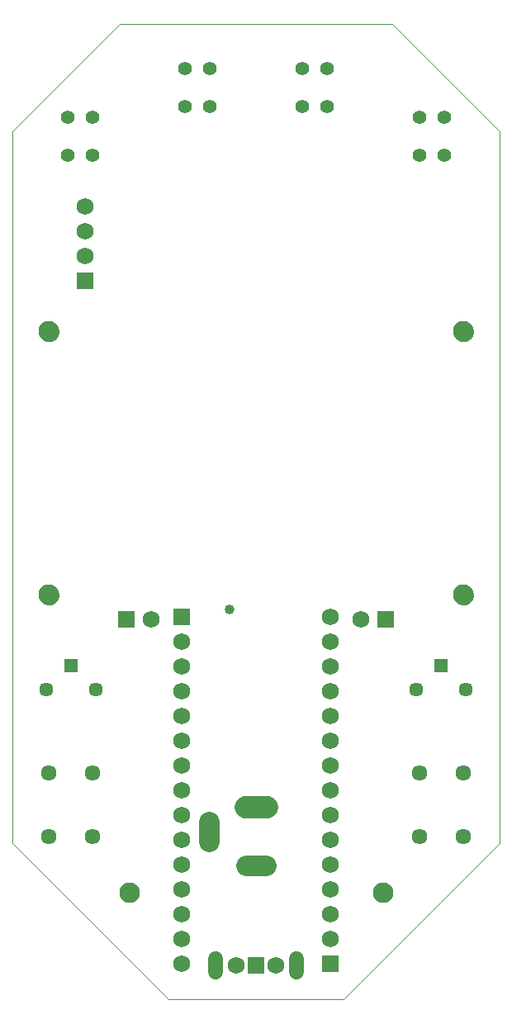
<source format=gbs>
G75*
%MOIN*%
%OFA0B0*%
%FSLAX25Y25*%
%IPPOS*%
%LPD*%
%AMOC8*
5,1,8,0,0,1.08239X$1,22.5*
%
%ADD10C,0.00000*%
%ADD11C,0.08274*%
%ADD12R,0.06900X0.06900*%
%ADD13C,0.06900*%
%ADD14C,0.05715*%
%ADD15R,0.05715X0.05715*%
%ADD16C,0.05550*%
%ADD17C,0.08400*%
%ADD18C,0.09061*%
%ADD19C,0.05900*%
%ADD20C,0.03975*%
%ADD21C,0.06337*%
D10*
X0064492Y0011220D02*
X0001500Y0074213D01*
X0001500Y0361614D01*
X0044807Y0404921D01*
X0155043Y0404921D01*
X0198350Y0361614D01*
X0198350Y0074213D01*
X0135358Y0011220D01*
X0064492Y0011220D01*
X0044807Y0054528D02*
X0044809Y0054653D01*
X0044815Y0054778D01*
X0044825Y0054902D01*
X0044839Y0055026D01*
X0044856Y0055150D01*
X0044878Y0055273D01*
X0044904Y0055395D01*
X0044933Y0055517D01*
X0044966Y0055637D01*
X0045004Y0055756D01*
X0045044Y0055875D01*
X0045089Y0055991D01*
X0045137Y0056106D01*
X0045189Y0056220D01*
X0045245Y0056332D01*
X0045304Y0056442D01*
X0045366Y0056550D01*
X0045432Y0056657D01*
X0045501Y0056761D01*
X0045574Y0056862D01*
X0045649Y0056962D01*
X0045728Y0057059D01*
X0045810Y0057153D01*
X0045895Y0057245D01*
X0045982Y0057334D01*
X0046073Y0057420D01*
X0046166Y0057503D01*
X0046262Y0057584D01*
X0046360Y0057661D01*
X0046460Y0057735D01*
X0046563Y0057806D01*
X0046668Y0057873D01*
X0046776Y0057938D01*
X0046885Y0057998D01*
X0046996Y0058056D01*
X0047109Y0058109D01*
X0047223Y0058159D01*
X0047339Y0058206D01*
X0047456Y0058248D01*
X0047575Y0058287D01*
X0047695Y0058323D01*
X0047816Y0058354D01*
X0047938Y0058382D01*
X0048060Y0058405D01*
X0048184Y0058425D01*
X0048308Y0058441D01*
X0048432Y0058453D01*
X0048557Y0058461D01*
X0048682Y0058465D01*
X0048806Y0058465D01*
X0048931Y0058461D01*
X0049056Y0058453D01*
X0049180Y0058441D01*
X0049304Y0058425D01*
X0049428Y0058405D01*
X0049550Y0058382D01*
X0049672Y0058354D01*
X0049793Y0058323D01*
X0049913Y0058287D01*
X0050032Y0058248D01*
X0050149Y0058206D01*
X0050265Y0058159D01*
X0050379Y0058109D01*
X0050492Y0058056D01*
X0050603Y0057998D01*
X0050713Y0057938D01*
X0050820Y0057873D01*
X0050925Y0057806D01*
X0051028Y0057735D01*
X0051128Y0057661D01*
X0051226Y0057584D01*
X0051322Y0057503D01*
X0051415Y0057420D01*
X0051506Y0057334D01*
X0051593Y0057245D01*
X0051678Y0057153D01*
X0051760Y0057059D01*
X0051839Y0056962D01*
X0051914Y0056862D01*
X0051987Y0056761D01*
X0052056Y0056657D01*
X0052122Y0056550D01*
X0052184Y0056442D01*
X0052243Y0056332D01*
X0052299Y0056220D01*
X0052351Y0056106D01*
X0052399Y0055991D01*
X0052444Y0055875D01*
X0052484Y0055756D01*
X0052522Y0055637D01*
X0052555Y0055517D01*
X0052584Y0055395D01*
X0052610Y0055273D01*
X0052632Y0055150D01*
X0052649Y0055026D01*
X0052663Y0054902D01*
X0052673Y0054778D01*
X0052679Y0054653D01*
X0052681Y0054528D01*
X0052679Y0054403D01*
X0052673Y0054278D01*
X0052663Y0054154D01*
X0052649Y0054030D01*
X0052632Y0053906D01*
X0052610Y0053783D01*
X0052584Y0053661D01*
X0052555Y0053539D01*
X0052522Y0053419D01*
X0052484Y0053300D01*
X0052444Y0053181D01*
X0052399Y0053065D01*
X0052351Y0052950D01*
X0052299Y0052836D01*
X0052243Y0052724D01*
X0052184Y0052614D01*
X0052122Y0052506D01*
X0052056Y0052399D01*
X0051987Y0052295D01*
X0051914Y0052194D01*
X0051839Y0052094D01*
X0051760Y0051997D01*
X0051678Y0051903D01*
X0051593Y0051811D01*
X0051506Y0051722D01*
X0051415Y0051636D01*
X0051322Y0051553D01*
X0051226Y0051472D01*
X0051128Y0051395D01*
X0051028Y0051321D01*
X0050925Y0051250D01*
X0050820Y0051183D01*
X0050712Y0051118D01*
X0050603Y0051058D01*
X0050492Y0051000D01*
X0050379Y0050947D01*
X0050265Y0050897D01*
X0050149Y0050850D01*
X0050032Y0050808D01*
X0049913Y0050769D01*
X0049793Y0050733D01*
X0049672Y0050702D01*
X0049550Y0050674D01*
X0049428Y0050651D01*
X0049304Y0050631D01*
X0049180Y0050615D01*
X0049056Y0050603D01*
X0048931Y0050595D01*
X0048806Y0050591D01*
X0048682Y0050591D01*
X0048557Y0050595D01*
X0048432Y0050603D01*
X0048308Y0050615D01*
X0048184Y0050631D01*
X0048060Y0050651D01*
X0047938Y0050674D01*
X0047816Y0050702D01*
X0047695Y0050733D01*
X0047575Y0050769D01*
X0047456Y0050808D01*
X0047339Y0050850D01*
X0047223Y0050897D01*
X0047109Y0050947D01*
X0046996Y0051000D01*
X0046885Y0051058D01*
X0046775Y0051118D01*
X0046668Y0051183D01*
X0046563Y0051250D01*
X0046460Y0051321D01*
X0046360Y0051395D01*
X0046262Y0051472D01*
X0046166Y0051553D01*
X0046073Y0051636D01*
X0045982Y0051722D01*
X0045895Y0051811D01*
X0045810Y0051903D01*
X0045728Y0051997D01*
X0045649Y0052094D01*
X0045574Y0052194D01*
X0045501Y0052295D01*
X0045432Y0052399D01*
X0045366Y0052506D01*
X0045304Y0052614D01*
X0045245Y0052724D01*
X0045189Y0052836D01*
X0045137Y0052950D01*
X0045089Y0053065D01*
X0045044Y0053181D01*
X0045004Y0053300D01*
X0044966Y0053419D01*
X0044933Y0053539D01*
X0044904Y0053661D01*
X0044878Y0053783D01*
X0044856Y0053906D01*
X0044839Y0054030D01*
X0044825Y0054154D01*
X0044815Y0054278D01*
X0044809Y0054403D01*
X0044807Y0054528D01*
X0012327Y0174606D02*
X0012329Y0174731D01*
X0012335Y0174856D01*
X0012345Y0174980D01*
X0012359Y0175104D01*
X0012376Y0175228D01*
X0012398Y0175351D01*
X0012424Y0175473D01*
X0012453Y0175595D01*
X0012486Y0175715D01*
X0012524Y0175834D01*
X0012564Y0175953D01*
X0012609Y0176069D01*
X0012657Y0176184D01*
X0012709Y0176298D01*
X0012765Y0176410D01*
X0012824Y0176520D01*
X0012886Y0176628D01*
X0012952Y0176735D01*
X0013021Y0176839D01*
X0013094Y0176940D01*
X0013169Y0177040D01*
X0013248Y0177137D01*
X0013330Y0177231D01*
X0013415Y0177323D01*
X0013502Y0177412D01*
X0013593Y0177498D01*
X0013686Y0177581D01*
X0013782Y0177662D01*
X0013880Y0177739D01*
X0013980Y0177813D01*
X0014083Y0177884D01*
X0014188Y0177951D01*
X0014296Y0178016D01*
X0014405Y0178076D01*
X0014516Y0178134D01*
X0014629Y0178187D01*
X0014743Y0178237D01*
X0014859Y0178284D01*
X0014976Y0178326D01*
X0015095Y0178365D01*
X0015215Y0178401D01*
X0015336Y0178432D01*
X0015458Y0178460D01*
X0015580Y0178483D01*
X0015704Y0178503D01*
X0015828Y0178519D01*
X0015952Y0178531D01*
X0016077Y0178539D01*
X0016202Y0178543D01*
X0016326Y0178543D01*
X0016451Y0178539D01*
X0016576Y0178531D01*
X0016700Y0178519D01*
X0016824Y0178503D01*
X0016948Y0178483D01*
X0017070Y0178460D01*
X0017192Y0178432D01*
X0017313Y0178401D01*
X0017433Y0178365D01*
X0017552Y0178326D01*
X0017669Y0178284D01*
X0017785Y0178237D01*
X0017899Y0178187D01*
X0018012Y0178134D01*
X0018123Y0178076D01*
X0018233Y0178016D01*
X0018340Y0177951D01*
X0018445Y0177884D01*
X0018548Y0177813D01*
X0018648Y0177739D01*
X0018746Y0177662D01*
X0018842Y0177581D01*
X0018935Y0177498D01*
X0019026Y0177412D01*
X0019113Y0177323D01*
X0019198Y0177231D01*
X0019280Y0177137D01*
X0019359Y0177040D01*
X0019434Y0176940D01*
X0019507Y0176839D01*
X0019576Y0176735D01*
X0019642Y0176628D01*
X0019704Y0176520D01*
X0019763Y0176410D01*
X0019819Y0176298D01*
X0019871Y0176184D01*
X0019919Y0176069D01*
X0019964Y0175953D01*
X0020004Y0175834D01*
X0020042Y0175715D01*
X0020075Y0175595D01*
X0020104Y0175473D01*
X0020130Y0175351D01*
X0020152Y0175228D01*
X0020169Y0175104D01*
X0020183Y0174980D01*
X0020193Y0174856D01*
X0020199Y0174731D01*
X0020201Y0174606D01*
X0020199Y0174481D01*
X0020193Y0174356D01*
X0020183Y0174232D01*
X0020169Y0174108D01*
X0020152Y0173984D01*
X0020130Y0173861D01*
X0020104Y0173739D01*
X0020075Y0173617D01*
X0020042Y0173497D01*
X0020004Y0173378D01*
X0019964Y0173259D01*
X0019919Y0173143D01*
X0019871Y0173028D01*
X0019819Y0172914D01*
X0019763Y0172802D01*
X0019704Y0172692D01*
X0019642Y0172584D01*
X0019576Y0172477D01*
X0019507Y0172373D01*
X0019434Y0172272D01*
X0019359Y0172172D01*
X0019280Y0172075D01*
X0019198Y0171981D01*
X0019113Y0171889D01*
X0019026Y0171800D01*
X0018935Y0171714D01*
X0018842Y0171631D01*
X0018746Y0171550D01*
X0018648Y0171473D01*
X0018548Y0171399D01*
X0018445Y0171328D01*
X0018340Y0171261D01*
X0018232Y0171196D01*
X0018123Y0171136D01*
X0018012Y0171078D01*
X0017899Y0171025D01*
X0017785Y0170975D01*
X0017669Y0170928D01*
X0017552Y0170886D01*
X0017433Y0170847D01*
X0017313Y0170811D01*
X0017192Y0170780D01*
X0017070Y0170752D01*
X0016948Y0170729D01*
X0016824Y0170709D01*
X0016700Y0170693D01*
X0016576Y0170681D01*
X0016451Y0170673D01*
X0016326Y0170669D01*
X0016202Y0170669D01*
X0016077Y0170673D01*
X0015952Y0170681D01*
X0015828Y0170693D01*
X0015704Y0170709D01*
X0015580Y0170729D01*
X0015458Y0170752D01*
X0015336Y0170780D01*
X0015215Y0170811D01*
X0015095Y0170847D01*
X0014976Y0170886D01*
X0014859Y0170928D01*
X0014743Y0170975D01*
X0014629Y0171025D01*
X0014516Y0171078D01*
X0014405Y0171136D01*
X0014295Y0171196D01*
X0014188Y0171261D01*
X0014083Y0171328D01*
X0013980Y0171399D01*
X0013880Y0171473D01*
X0013782Y0171550D01*
X0013686Y0171631D01*
X0013593Y0171714D01*
X0013502Y0171800D01*
X0013415Y0171889D01*
X0013330Y0171981D01*
X0013248Y0172075D01*
X0013169Y0172172D01*
X0013094Y0172272D01*
X0013021Y0172373D01*
X0012952Y0172477D01*
X0012886Y0172584D01*
X0012824Y0172692D01*
X0012765Y0172802D01*
X0012709Y0172914D01*
X0012657Y0173028D01*
X0012609Y0173143D01*
X0012564Y0173259D01*
X0012524Y0173378D01*
X0012486Y0173497D01*
X0012453Y0173617D01*
X0012424Y0173739D01*
X0012398Y0173861D01*
X0012376Y0173984D01*
X0012359Y0174108D01*
X0012345Y0174232D01*
X0012335Y0174356D01*
X0012329Y0174481D01*
X0012327Y0174606D01*
X0012327Y0280906D02*
X0012329Y0281031D01*
X0012335Y0281156D01*
X0012345Y0281280D01*
X0012359Y0281404D01*
X0012376Y0281528D01*
X0012398Y0281651D01*
X0012424Y0281773D01*
X0012453Y0281895D01*
X0012486Y0282015D01*
X0012524Y0282134D01*
X0012564Y0282253D01*
X0012609Y0282369D01*
X0012657Y0282484D01*
X0012709Y0282598D01*
X0012765Y0282710D01*
X0012824Y0282820D01*
X0012886Y0282928D01*
X0012952Y0283035D01*
X0013021Y0283139D01*
X0013094Y0283240D01*
X0013169Y0283340D01*
X0013248Y0283437D01*
X0013330Y0283531D01*
X0013415Y0283623D01*
X0013502Y0283712D01*
X0013593Y0283798D01*
X0013686Y0283881D01*
X0013782Y0283962D01*
X0013880Y0284039D01*
X0013980Y0284113D01*
X0014083Y0284184D01*
X0014188Y0284251D01*
X0014296Y0284316D01*
X0014405Y0284376D01*
X0014516Y0284434D01*
X0014629Y0284487D01*
X0014743Y0284537D01*
X0014859Y0284584D01*
X0014976Y0284626D01*
X0015095Y0284665D01*
X0015215Y0284701D01*
X0015336Y0284732D01*
X0015458Y0284760D01*
X0015580Y0284783D01*
X0015704Y0284803D01*
X0015828Y0284819D01*
X0015952Y0284831D01*
X0016077Y0284839D01*
X0016202Y0284843D01*
X0016326Y0284843D01*
X0016451Y0284839D01*
X0016576Y0284831D01*
X0016700Y0284819D01*
X0016824Y0284803D01*
X0016948Y0284783D01*
X0017070Y0284760D01*
X0017192Y0284732D01*
X0017313Y0284701D01*
X0017433Y0284665D01*
X0017552Y0284626D01*
X0017669Y0284584D01*
X0017785Y0284537D01*
X0017899Y0284487D01*
X0018012Y0284434D01*
X0018123Y0284376D01*
X0018233Y0284316D01*
X0018340Y0284251D01*
X0018445Y0284184D01*
X0018548Y0284113D01*
X0018648Y0284039D01*
X0018746Y0283962D01*
X0018842Y0283881D01*
X0018935Y0283798D01*
X0019026Y0283712D01*
X0019113Y0283623D01*
X0019198Y0283531D01*
X0019280Y0283437D01*
X0019359Y0283340D01*
X0019434Y0283240D01*
X0019507Y0283139D01*
X0019576Y0283035D01*
X0019642Y0282928D01*
X0019704Y0282820D01*
X0019763Y0282710D01*
X0019819Y0282598D01*
X0019871Y0282484D01*
X0019919Y0282369D01*
X0019964Y0282253D01*
X0020004Y0282134D01*
X0020042Y0282015D01*
X0020075Y0281895D01*
X0020104Y0281773D01*
X0020130Y0281651D01*
X0020152Y0281528D01*
X0020169Y0281404D01*
X0020183Y0281280D01*
X0020193Y0281156D01*
X0020199Y0281031D01*
X0020201Y0280906D01*
X0020199Y0280781D01*
X0020193Y0280656D01*
X0020183Y0280532D01*
X0020169Y0280408D01*
X0020152Y0280284D01*
X0020130Y0280161D01*
X0020104Y0280039D01*
X0020075Y0279917D01*
X0020042Y0279797D01*
X0020004Y0279678D01*
X0019964Y0279559D01*
X0019919Y0279443D01*
X0019871Y0279328D01*
X0019819Y0279214D01*
X0019763Y0279102D01*
X0019704Y0278992D01*
X0019642Y0278884D01*
X0019576Y0278777D01*
X0019507Y0278673D01*
X0019434Y0278572D01*
X0019359Y0278472D01*
X0019280Y0278375D01*
X0019198Y0278281D01*
X0019113Y0278189D01*
X0019026Y0278100D01*
X0018935Y0278014D01*
X0018842Y0277931D01*
X0018746Y0277850D01*
X0018648Y0277773D01*
X0018548Y0277699D01*
X0018445Y0277628D01*
X0018340Y0277561D01*
X0018232Y0277496D01*
X0018123Y0277436D01*
X0018012Y0277378D01*
X0017899Y0277325D01*
X0017785Y0277275D01*
X0017669Y0277228D01*
X0017552Y0277186D01*
X0017433Y0277147D01*
X0017313Y0277111D01*
X0017192Y0277080D01*
X0017070Y0277052D01*
X0016948Y0277029D01*
X0016824Y0277009D01*
X0016700Y0276993D01*
X0016576Y0276981D01*
X0016451Y0276973D01*
X0016326Y0276969D01*
X0016202Y0276969D01*
X0016077Y0276973D01*
X0015952Y0276981D01*
X0015828Y0276993D01*
X0015704Y0277009D01*
X0015580Y0277029D01*
X0015458Y0277052D01*
X0015336Y0277080D01*
X0015215Y0277111D01*
X0015095Y0277147D01*
X0014976Y0277186D01*
X0014859Y0277228D01*
X0014743Y0277275D01*
X0014629Y0277325D01*
X0014516Y0277378D01*
X0014405Y0277436D01*
X0014295Y0277496D01*
X0014188Y0277561D01*
X0014083Y0277628D01*
X0013980Y0277699D01*
X0013880Y0277773D01*
X0013782Y0277850D01*
X0013686Y0277931D01*
X0013593Y0278014D01*
X0013502Y0278100D01*
X0013415Y0278189D01*
X0013330Y0278281D01*
X0013248Y0278375D01*
X0013169Y0278472D01*
X0013094Y0278572D01*
X0013021Y0278673D01*
X0012952Y0278777D01*
X0012886Y0278884D01*
X0012824Y0278992D01*
X0012765Y0279102D01*
X0012709Y0279214D01*
X0012657Y0279328D01*
X0012609Y0279443D01*
X0012564Y0279559D01*
X0012524Y0279678D01*
X0012486Y0279797D01*
X0012453Y0279917D01*
X0012424Y0280039D01*
X0012398Y0280161D01*
X0012376Y0280284D01*
X0012359Y0280408D01*
X0012345Y0280532D01*
X0012335Y0280656D01*
X0012329Y0280781D01*
X0012327Y0280906D01*
X0147169Y0054528D02*
X0147171Y0054653D01*
X0147177Y0054778D01*
X0147187Y0054902D01*
X0147201Y0055026D01*
X0147218Y0055150D01*
X0147240Y0055273D01*
X0147266Y0055395D01*
X0147295Y0055517D01*
X0147328Y0055637D01*
X0147366Y0055756D01*
X0147406Y0055875D01*
X0147451Y0055991D01*
X0147499Y0056106D01*
X0147551Y0056220D01*
X0147607Y0056332D01*
X0147666Y0056442D01*
X0147728Y0056550D01*
X0147794Y0056657D01*
X0147863Y0056761D01*
X0147936Y0056862D01*
X0148011Y0056962D01*
X0148090Y0057059D01*
X0148172Y0057153D01*
X0148257Y0057245D01*
X0148344Y0057334D01*
X0148435Y0057420D01*
X0148528Y0057503D01*
X0148624Y0057584D01*
X0148722Y0057661D01*
X0148822Y0057735D01*
X0148925Y0057806D01*
X0149030Y0057873D01*
X0149138Y0057938D01*
X0149247Y0057998D01*
X0149358Y0058056D01*
X0149471Y0058109D01*
X0149585Y0058159D01*
X0149701Y0058206D01*
X0149818Y0058248D01*
X0149937Y0058287D01*
X0150057Y0058323D01*
X0150178Y0058354D01*
X0150300Y0058382D01*
X0150422Y0058405D01*
X0150546Y0058425D01*
X0150670Y0058441D01*
X0150794Y0058453D01*
X0150919Y0058461D01*
X0151044Y0058465D01*
X0151168Y0058465D01*
X0151293Y0058461D01*
X0151418Y0058453D01*
X0151542Y0058441D01*
X0151666Y0058425D01*
X0151790Y0058405D01*
X0151912Y0058382D01*
X0152034Y0058354D01*
X0152155Y0058323D01*
X0152275Y0058287D01*
X0152394Y0058248D01*
X0152511Y0058206D01*
X0152627Y0058159D01*
X0152741Y0058109D01*
X0152854Y0058056D01*
X0152965Y0057998D01*
X0153075Y0057938D01*
X0153182Y0057873D01*
X0153287Y0057806D01*
X0153390Y0057735D01*
X0153490Y0057661D01*
X0153588Y0057584D01*
X0153684Y0057503D01*
X0153777Y0057420D01*
X0153868Y0057334D01*
X0153955Y0057245D01*
X0154040Y0057153D01*
X0154122Y0057059D01*
X0154201Y0056962D01*
X0154276Y0056862D01*
X0154349Y0056761D01*
X0154418Y0056657D01*
X0154484Y0056550D01*
X0154546Y0056442D01*
X0154605Y0056332D01*
X0154661Y0056220D01*
X0154713Y0056106D01*
X0154761Y0055991D01*
X0154806Y0055875D01*
X0154846Y0055756D01*
X0154884Y0055637D01*
X0154917Y0055517D01*
X0154946Y0055395D01*
X0154972Y0055273D01*
X0154994Y0055150D01*
X0155011Y0055026D01*
X0155025Y0054902D01*
X0155035Y0054778D01*
X0155041Y0054653D01*
X0155043Y0054528D01*
X0155041Y0054403D01*
X0155035Y0054278D01*
X0155025Y0054154D01*
X0155011Y0054030D01*
X0154994Y0053906D01*
X0154972Y0053783D01*
X0154946Y0053661D01*
X0154917Y0053539D01*
X0154884Y0053419D01*
X0154846Y0053300D01*
X0154806Y0053181D01*
X0154761Y0053065D01*
X0154713Y0052950D01*
X0154661Y0052836D01*
X0154605Y0052724D01*
X0154546Y0052614D01*
X0154484Y0052506D01*
X0154418Y0052399D01*
X0154349Y0052295D01*
X0154276Y0052194D01*
X0154201Y0052094D01*
X0154122Y0051997D01*
X0154040Y0051903D01*
X0153955Y0051811D01*
X0153868Y0051722D01*
X0153777Y0051636D01*
X0153684Y0051553D01*
X0153588Y0051472D01*
X0153490Y0051395D01*
X0153390Y0051321D01*
X0153287Y0051250D01*
X0153182Y0051183D01*
X0153074Y0051118D01*
X0152965Y0051058D01*
X0152854Y0051000D01*
X0152741Y0050947D01*
X0152627Y0050897D01*
X0152511Y0050850D01*
X0152394Y0050808D01*
X0152275Y0050769D01*
X0152155Y0050733D01*
X0152034Y0050702D01*
X0151912Y0050674D01*
X0151790Y0050651D01*
X0151666Y0050631D01*
X0151542Y0050615D01*
X0151418Y0050603D01*
X0151293Y0050595D01*
X0151168Y0050591D01*
X0151044Y0050591D01*
X0150919Y0050595D01*
X0150794Y0050603D01*
X0150670Y0050615D01*
X0150546Y0050631D01*
X0150422Y0050651D01*
X0150300Y0050674D01*
X0150178Y0050702D01*
X0150057Y0050733D01*
X0149937Y0050769D01*
X0149818Y0050808D01*
X0149701Y0050850D01*
X0149585Y0050897D01*
X0149471Y0050947D01*
X0149358Y0051000D01*
X0149247Y0051058D01*
X0149137Y0051118D01*
X0149030Y0051183D01*
X0148925Y0051250D01*
X0148822Y0051321D01*
X0148722Y0051395D01*
X0148624Y0051472D01*
X0148528Y0051553D01*
X0148435Y0051636D01*
X0148344Y0051722D01*
X0148257Y0051811D01*
X0148172Y0051903D01*
X0148090Y0051997D01*
X0148011Y0052094D01*
X0147936Y0052194D01*
X0147863Y0052295D01*
X0147794Y0052399D01*
X0147728Y0052506D01*
X0147666Y0052614D01*
X0147607Y0052724D01*
X0147551Y0052836D01*
X0147499Y0052950D01*
X0147451Y0053065D01*
X0147406Y0053181D01*
X0147366Y0053300D01*
X0147328Y0053419D01*
X0147295Y0053539D01*
X0147266Y0053661D01*
X0147240Y0053783D01*
X0147218Y0053906D01*
X0147201Y0054030D01*
X0147187Y0054154D01*
X0147177Y0054278D01*
X0147171Y0054403D01*
X0147169Y0054528D01*
X0179650Y0174606D02*
X0179652Y0174731D01*
X0179658Y0174856D01*
X0179668Y0174980D01*
X0179682Y0175104D01*
X0179699Y0175228D01*
X0179721Y0175351D01*
X0179747Y0175473D01*
X0179776Y0175595D01*
X0179809Y0175715D01*
X0179847Y0175834D01*
X0179887Y0175953D01*
X0179932Y0176069D01*
X0179980Y0176184D01*
X0180032Y0176298D01*
X0180088Y0176410D01*
X0180147Y0176520D01*
X0180209Y0176628D01*
X0180275Y0176735D01*
X0180344Y0176839D01*
X0180417Y0176940D01*
X0180492Y0177040D01*
X0180571Y0177137D01*
X0180653Y0177231D01*
X0180738Y0177323D01*
X0180825Y0177412D01*
X0180916Y0177498D01*
X0181009Y0177581D01*
X0181105Y0177662D01*
X0181203Y0177739D01*
X0181303Y0177813D01*
X0181406Y0177884D01*
X0181511Y0177951D01*
X0181619Y0178016D01*
X0181728Y0178076D01*
X0181839Y0178134D01*
X0181952Y0178187D01*
X0182066Y0178237D01*
X0182182Y0178284D01*
X0182299Y0178326D01*
X0182418Y0178365D01*
X0182538Y0178401D01*
X0182659Y0178432D01*
X0182781Y0178460D01*
X0182903Y0178483D01*
X0183027Y0178503D01*
X0183151Y0178519D01*
X0183275Y0178531D01*
X0183400Y0178539D01*
X0183525Y0178543D01*
X0183649Y0178543D01*
X0183774Y0178539D01*
X0183899Y0178531D01*
X0184023Y0178519D01*
X0184147Y0178503D01*
X0184271Y0178483D01*
X0184393Y0178460D01*
X0184515Y0178432D01*
X0184636Y0178401D01*
X0184756Y0178365D01*
X0184875Y0178326D01*
X0184992Y0178284D01*
X0185108Y0178237D01*
X0185222Y0178187D01*
X0185335Y0178134D01*
X0185446Y0178076D01*
X0185556Y0178016D01*
X0185663Y0177951D01*
X0185768Y0177884D01*
X0185871Y0177813D01*
X0185971Y0177739D01*
X0186069Y0177662D01*
X0186165Y0177581D01*
X0186258Y0177498D01*
X0186349Y0177412D01*
X0186436Y0177323D01*
X0186521Y0177231D01*
X0186603Y0177137D01*
X0186682Y0177040D01*
X0186757Y0176940D01*
X0186830Y0176839D01*
X0186899Y0176735D01*
X0186965Y0176628D01*
X0187027Y0176520D01*
X0187086Y0176410D01*
X0187142Y0176298D01*
X0187194Y0176184D01*
X0187242Y0176069D01*
X0187287Y0175953D01*
X0187327Y0175834D01*
X0187365Y0175715D01*
X0187398Y0175595D01*
X0187427Y0175473D01*
X0187453Y0175351D01*
X0187475Y0175228D01*
X0187492Y0175104D01*
X0187506Y0174980D01*
X0187516Y0174856D01*
X0187522Y0174731D01*
X0187524Y0174606D01*
X0187522Y0174481D01*
X0187516Y0174356D01*
X0187506Y0174232D01*
X0187492Y0174108D01*
X0187475Y0173984D01*
X0187453Y0173861D01*
X0187427Y0173739D01*
X0187398Y0173617D01*
X0187365Y0173497D01*
X0187327Y0173378D01*
X0187287Y0173259D01*
X0187242Y0173143D01*
X0187194Y0173028D01*
X0187142Y0172914D01*
X0187086Y0172802D01*
X0187027Y0172692D01*
X0186965Y0172584D01*
X0186899Y0172477D01*
X0186830Y0172373D01*
X0186757Y0172272D01*
X0186682Y0172172D01*
X0186603Y0172075D01*
X0186521Y0171981D01*
X0186436Y0171889D01*
X0186349Y0171800D01*
X0186258Y0171714D01*
X0186165Y0171631D01*
X0186069Y0171550D01*
X0185971Y0171473D01*
X0185871Y0171399D01*
X0185768Y0171328D01*
X0185663Y0171261D01*
X0185555Y0171196D01*
X0185446Y0171136D01*
X0185335Y0171078D01*
X0185222Y0171025D01*
X0185108Y0170975D01*
X0184992Y0170928D01*
X0184875Y0170886D01*
X0184756Y0170847D01*
X0184636Y0170811D01*
X0184515Y0170780D01*
X0184393Y0170752D01*
X0184271Y0170729D01*
X0184147Y0170709D01*
X0184023Y0170693D01*
X0183899Y0170681D01*
X0183774Y0170673D01*
X0183649Y0170669D01*
X0183525Y0170669D01*
X0183400Y0170673D01*
X0183275Y0170681D01*
X0183151Y0170693D01*
X0183027Y0170709D01*
X0182903Y0170729D01*
X0182781Y0170752D01*
X0182659Y0170780D01*
X0182538Y0170811D01*
X0182418Y0170847D01*
X0182299Y0170886D01*
X0182182Y0170928D01*
X0182066Y0170975D01*
X0181952Y0171025D01*
X0181839Y0171078D01*
X0181728Y0171136D01*
X0181618Y0171196D01*
X0181511Y0171261D01*
X0181406Y0171328D01*
X0181303Y0171399D01*
X0181203Y0171473D01*
X0181105Y0171550D01*
X0181009Y0171631D01*
X0180916Y0171714D01*
X0180825Y0171800D01*
X0180738Y0171889D01*
X0180653Y0171981D01*
X0180571Y0172075D01*
X0180492Y0172172D01*
X0180417Y0172272D01*
X0180344Y0172373D01*
X0180275Y0172477D01*
X0180209Y0172584D01*
X0180147Y0172692D01*
X0180088Y0172802D01*
X0180032Y0172914D01*
X0179980Y0173028D01*
X0179932Y0173143D01*
X0179887Y0173259D01*
X0179847Y0173378D01*
X0179809Y0173497D01*
X0179776Y0173617D01*
X0179747Y0173739D01*
X0179721Y0173861D01*
X0179699Y0173984D01*
X0179682Y0174108D01*
X0179668Y0174232D01*
X0179658Y0174356D01*
X0179652Y0174481D01*
X0179650Y0174606D01*
X0179650Y0280906D02*
X0179652Y0281031D01*
X0179658Y0281156D01*
X0179668Y0281280D01*
X0179682Y0281404D01*
X0179699Y0281528D01*
X0179721Y0281651D01*
X0179747Y0281773D01*
X0179776Y0281895D01*
X0179809Y0282015D01*
X0179847Y0282134D01*
X0179887Y0282253D01*
X0179932Y0282369D01*
X0179980Y0282484D01*
X0180032Y0282598D01*
X0180088Y0282710D01*
X0180147Y0282820D01*
X0180209Y0282928D01*
X0180275Y0283035D01*
X0180344Y0283139D01*
X0180417Y0283240D01*
X0180492Y0283340D01*
X0180571Y0283437D01*
X0180653Y0283531D01*
X0180738Y0283623D01*
X0180825Y0283712D01*
X0180916Y0283798D01*
X0181009Y0283881D01*
X0181105Y0283962D01*
X0181203Y0284039D01*
X0181303Y0284113D01*
X0181406Y0284184D01*
X0181511Y0284251D01*
X0181619Y0284316D01*
X0181728Y0284376D01*
X0181839Y0284434D01*
X0181952Y0284487D01*
X0182066Y0284537D01*
X0182182Y0284584D01*
X0182299Y0284626D01*
X0182418Y0284665D01*
X0182538Y0284701D01*
X0182659Y0284732D01*
X0182781Y0284760D01*
X0182903Y0284783D01*
X0183027Y0284803D01*
X0183151Y0284819D01*
X0183275Y0284831D01*
X0183400Y0284839D01*
X0183525Y0284843D01*
X0183649Y0284843D01*
X0183774Y0284839D01*
X0183899Y0284831D01*
X0184023Y0284819D01*
X0184147Y0284803D01*
X0184271Y0284783D01*
X0184393Y0284760D01*
X0184515Y0284732D01*
X0184636Y0284701D01*
X0184756Y0284665D01*
X0184875Y0284626D01*
X0184992Y0284584D01*
X0185108Y0284537D01*
X0185222Y0284487D01*
X0185335Y0284434D01*
X0185446Y0284376D01*
X0185556Y0284316D01*
X0185663Y0284251D01*
X0185768Y0284184D01*
X0185871Y0284113D01*
X0185971Y0284039D01*
X0186069Y0283962D01*
X0186165Y0283881D01*
X0186258Y0283798D01*
X0186349Y0283712D01*
X0186436Y0283623D01*
X0186521Y0283531D01*
X0186603Y0283437D01*
X0186682Y0283340D01*
X0186757Y0283240D01*
X0186830Y0283139D01*
X0186899Y0283035D01*
X0186965Y0282928D01*
X0187027Y0282820D01*
X0187086Y0282710D01*
X0187142Y0282598D01*
X0187194Y0282484D01*
X0187242Y0282369D01*
X0187287Y0282253D01*
X0187327Y0282134D01*
X0187365Y0282015D01*
X0187398Y0281895D01*
X0187427Y0281773D01*
X0187453Y0281651D01*
X0187475Y0281528D01*
X0187492Y0281404D01*
X0187506Y0281280D01*
X0187516Y0281156D01*
X0187522Y0281031D01*
X0187524Y0280906D01*
X0187522Y0280781D01*
X0187516Y0280656D01*
X0187506Y0280532D01*
X0187492Y0280408D01*
X0187475Y0280284D01*
X0187453Y0280161D01*
X0187427Y0280039D01*
X0187398Y0279917D01*
X0187365Y0279797D01*
X0187327Y0279678D01*
X0187287Y0279559D01*
X0187242Y0279443D01*
X0187194Y0279328D01*
X0187142Y0279214D01*
X0187086Y0279102D01*
X0187027Y0278992D01*
X0186965Y0278884D01*
X0186899Y0278777D01*
X0186830Y0278673D01*
X0186757Y0278572D01*
X0186682Y0278472D01*
X0186603Y0278375D01*
X0186521Y0278281D01*
X0186436Y0278189D01*
X0186349Y0278100D01*
X0186258Y0278014D01*
X0186165Y0277931D01*
X0186069Y0277850D01*
X0185971Y0277773D01*
X0185871Y0277699D01*
X0185768Y0277628D01*
X0185663Y0277561D01*
X0185555Y0277496D01*
X0185446Y0277436D01*
X0185335Y0277378D01*
X0185222Y0277325D01*
X0185108Y0277275D01*
X0184992Y0277228D01*
X0184875Y0277186D01*
X0184756Y0277147D01*
X0184636Y0277111D01*
X0184515Y0277080D01*
X0184393Y0277052D01*
X0184271Y0277029D01*
X0184147Y0277009D01*
X0184023Y0276993D01*
X0183899Y0276981D01*
X0183774Y0276973D01*
X0183649Y0276969D01*
X0183525Y0276969D01*
X0183400Y0276973D01*
X0183275Y0276981D01*
X0183151Y0276993D01*
X0183027Y0277009D01*
X0182903Y0277029D01*
X0182781Y0277052D01*
X0182659Y0277080D01*
X0182538Y0277111D01*
X0182418Y0277147D01*
X0182299Y0277186D01*
X0182182Y0277228D01*
X0182066Y0277275D01*
X0181952Y0277325D01*
X0181839Y0277378D01*
X0181728Y0277436D01*
X0181618Y0277496D01*
X0181511Y0277561D01*
X0181406Y0277628D01*
X0181303Y0277699D01*
X0181203Y0277773D01*
X0181105Y0277850D01*
X0181009Y0277931D01*
X0180916Y0278014D01*
X0180825Y0278100D01*
X0180738Y0278189D01*
X0180653Y0278281D01*
X0180571Y0278375D01*
X0180492Y0278472D01*
X0180417Y0278572D01*
X0180344Y0278673D01*
X0180275Y0278777D01*
X0180209Y0278884D01*
X0180147Y0278992D01*
X0180088Y0279102D01*
X0180032Y0279214D01*
X0179980Y0279328D01*
X0179932Y0279443D01*
X0179887Y0279559D01*
X0179847Y0279678D01*
X0179809Y0279797D01*
X0179776Y0279917D01*
X0179747Y0280039D01*
X0179721Y0280161D01*
X0179699Y0280284D01*
X0179682Y0280408D01*
X0179668Y0280532D01*
X0179658Y0280656D01*
X0179652Y0280781D01*
X0179650Y0280906D01*
D11*
X0183587Y0280906D03*
X0183587Y0174606D03*
X0151106Y0054528D03*
X0048744Y0054528D03*
X0016264Y0174606D03*
X0016264Y0280906D03*
D12*
X0031028Y0301339D03*
X0047681Y0164764D03*
X0069925Y0165728D03*
X0099925Y0025000D03*
X0129925Y0025709D03*
X0152169Y0164764D03*
D13*
X0142169Y0164764D03*
X0129925Y0165709D03*
X0129925Y0155709D03*
X0129925Y0145709D03*
X0129925Y0135709D03*
X0129925Y0125709D03*
X0129925Y0115709D03*
X0129925Y0105709D03*
X0129925Y0095709D03*
X0129925Y0085709D03*
X0129925Y0075709D03*
X0129925Y0065709D03*
X0129925Y0055709D03*
X0129925Y0045709D03*
X0129925Y0035709D03*
X0107925Y0025000D03*
X0091925Y0025000D03*
X0069925Y0025728D03*
X0069925Y0035728D03*
X0069925Y0045728D03*
X0069925Y0055728D03*
X0069925Y0065728D03*
X0069925Y0075728D03*
X0069925Y0085728D03*
X0069925Y0095728D03*
X0069925Y0105728D03*
X0069925Y0115728D03*
X0069925Y0125728D03*
X0069925Y0135728D03*
X0069925Y0145728D03*
X0069925Y0155728D03*
X0057681Y0164764D03*
X0031028Y0311339D03*
X0031028Y0321339D03*
X0031028Y0331339D03*
D14*
X0035122Y0136220D03*
X0015122Y0136220D03*
X0164728Y0136220D03*
X0184728Y0136220D03*
D15*
X0174728Y0146063D03*
X0025122Y0146063D03*
D16*
X0024059Y0351890D03*
X0024059Y0367402D03*
X0034059Y0367402D03*
X0034059Y0351890D03*
X0071303Y0371575D03*
X0071303Y0387087D03*
X0081303Y0387087D03*
X0081303Y0371575D03*
X0118547Y0371575D03*
X0118547Y0387087D03*
X0128547Y0387087D03*
X0128547Y0371575D03*
X0165791Y0367402D03*
X0165791Y0351890D03*
X0175791Y0351890D03*
X0175791Y0367402D03*
D17*
X0081028Y0083134D02*
X0081028Y0075134D01*
X0095925Y0065354D02*
X0103925Y0065354D01*
D18*
X0104256Y0088976D02*
X0095594Y0088976D01*
D19*
X0083525Y0027750D02*
X0083525Y0022250D01*
X0116325Y0022250D02*
X0116325Y0027750D01*
D20*
X0089098Y0168701D03*
D21*
X0033980Y0102756D03*
X0033980Y0077165D03*
X0016264Y0077165D03*
X0016264Y0102756D03*
X0165870Y0102756D03*
X0165870Y0077165D03*
X0183587Y0077165D03*
X0183587Y0102756D03*
M02*

</source>
